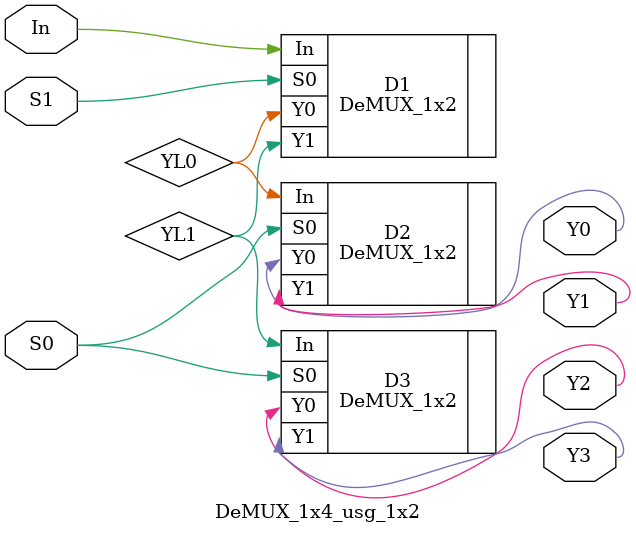
<source format=v>
/********************************************************************************************
Filename    :      DeMUX_1x4_usg_1x2.v
Description :      1:4 Demultiplexer using 1:2 Demultiplexers
Author Name :      Sajeel Abid Parray
Language    :      Verilog HDL
Project     :      1:4 Demultiplexer using 1:2 Demultiplexers
Date        :      02-December-2025
*********************************************************************************************/
module DeMUX_1x4_usg_1x2 (

input In, S0, S1,
output Y0, Y1, Y2, Y3   );

wire YL0, YL1;

DeMUX_1x2 D1 ( .In(In), .S0(S1), .Y0(YL0), .Y1(YL1) ); // DeMUX for first split

DeMUX_1x2 D2 ( .In(YL0), .S0(S0), .Y0(Y0), .Y1(Y1) ); // DeMUX for YL0
DeMUX_1x2 D3 ( .In(YL1), .S0(S0), .Y0(Y2), .Y1(Y3) ); // DeMUX for YL1

endmodule
</source>
